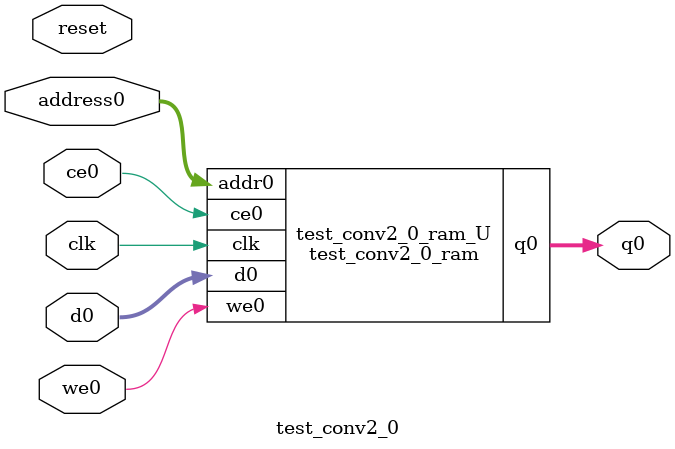
<source format=v>
`timescale 1 ns / 1 ps
module test_conv2_0_ram (addr0, ce0, d0, we0, q0,  clk);

parameter DWIDTH = 32;
parameter AWIDTH = 19;
parameter MEM_SIZE = 409600;

input[AWIDTH-1:0] addr0;
input ce0;
input[DWIDTH-1:0] d0;
input we0;
output reg[DWIDTH-1:0] q0;
input clk;

(* ram_style = "block" *)reg [DWIDTH-1:0] ram[0:MEM_SIZE-1];




always @(posedge clk)  
begin 
    if (ce0) begin
        if (we0) 
            ram[addr0] <= d0; 
        q0 <= ram[addr0];
    end
end


endmodule

`timescale 1 ns / 1 ps
module test_conv2_0(
    reset,
    clk,
    address0,
    ce0,
    we0,
    d0,
    q0);

parameter DataWidth = 32'd32;
parameter AddressRange = 32'd409600;
parameter AddressWidth = 32'd19;
input reset;
input clk;
input[AddressWidth - 1:0] address0;
input ce0;
input we0;
input[DataWidth - 1:0] d0;
output[DataWidth - 1:0] q0;



test_conv2_0_ram test_conv2_0_ram_U(
    .clk( clk ),
    .addr0( address0 ),
    .ce0( ce0 ),
    .we0( we0 ),
    .d0( d0 ),
    .q0( q0 ));

endmodule


</source>
